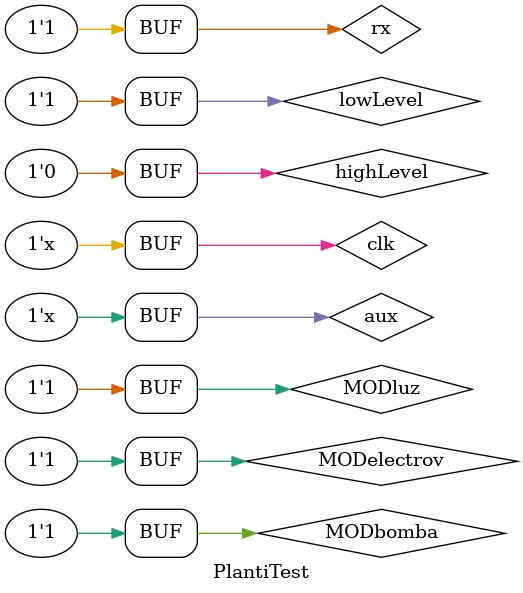
<source format=v>
`timescale 1ns / 1ns


module PlantiTest;

	// Inputs
	reg clk;
	reg rx;
	reg MODbomba;
	reg MODelectrov;
	reg MODluz;
	reg lowLevel;
	reg highLevel;

	// Outputs
	wire activarB;
	wire prenderB;
	wire activarEV;
	wire tx;
	wire melody;
	wire [0:6] Sseg;
	wire [7:0] anodos;

	// Instantiate the Unit Under Test (UUT)
	Principal uut ( .clk(clk), 
			.rx(rx), 
			.MODbomba(MODbomba),
			.MODelectrov(MODelectrov), 
			.MODluz(MODluz), 
			.lowLevel(lowLevel),
			.highLevel(highLevel),
			.activarB(activarB), 
			.prenderB(prenderB),
			.activarEV(activarEV),
			.tx(tx),
			.melody(melody), 
			.Sseg(Sseg), 
			.anodos(anodos)
	);

	reg aux;	//Variable auxiliar para cambiar los minutos

	initial begin
		// Initialize Inputs
		clk= 0;
		rx = 1;
		MODbomba = 1;
		MODelectrov = 1;
		MODluz = 1;
		lowLevel = 0;
		highLevel = 0;

		aux=0;
      	end


//Este always crea el relog de 50MHz simulando el que usa la FPGA
	always begin 
		#10;
		clk = ~clk;
	end

//Con este always se prueban los 3 casos posibles en los que pueden estar lowLevel y highLevel
	always begin
		lowLevel = 0;
		highLevel = 0;
		#20000;
		lowLevel = 1;
		#20000;
		highLevel = 1;
		#20000;
		highLevel = 0;
		#20000;
	end

//En este always se prueba el funcionamiento del RX
//Se reciben 15 dígitos en el rx
//Se reciben 2 datos corruptos para probar el funcionamiento del bit de paridad par

	always begin
		//                              3         1          1          1         2        2       5
		//Se deben enviar 15 dígitos (humedad / melodía / maceta / tipoplanta / horas / minutos / lux)
		#20000
//////////////////Enviar 0 (centenas humedad)
		rx = 0;	//Bit de start
		#8681
		rx = 0;	//Bit 0 dato
		#8681
		rx = 0;	//Bit 1 dato
		#8681
		rx = 0;	//Bit 2 dato
		#8681
		rx = 0;	//Bit 3 dato7
		#8681
		rx = 1;	//Bit 4 dato
		#8681
		rx = 1;	//Bit 5 dato
		#8681
		rx = 0;	//Bit 6 dato
		
		#8681
		rx = 0; //Bit paridad par

		#8681
		rx = 1;	//Bit de stop

//////////////////Enviar 6 (Decenas humedad) 
		#8681
		rx = 0;	//Bit de start

		#8681
		rx = 0;	//Bit 0 dato
		#8681
		rx = 1;	//Bit 1 dato
		#8681
		rx = 1;	//Bit 2 dato
		#8681
		rx = 0;	//Bit 3 dato
		#8681
		rx = 1;	//Bit 4 dato
		#8681
		rx = 1;	//Bit 5 dato
		#8681
		rx = 0;	//Bit 6 dato

		#8681
		rx = 1;	//Bit paridad par

		#8681
		rx = 1;	//Bit de stop

//////////////////Enviar 5 (Unidades humedad)
		#8681
		rx = 0;	//Bit de start

		#8681
		rx = 1;	//Bit 0 dato
		#8681
		rx = 0;	//Bit 1 dato
		#8681
		rx = 1;	//Bit 2 dato
		#8681
		rx = 0;	//Bit 3 dato
		#8681
		rx = 1;	//Bit 4 dato
		#8681
		rx = 1;	//Bit 5 dato
		#8681
		rx = 0;	//Bit 6 dato

		#8681
		rx = 0;	//Bit paridad par

		#8681
		rx = 1;	//Bit de stop



//////////////////Enviar 3 (melodía)
		#8681
		rx = 0;	//Bit de start

		#8681
		rx = 1;	//Bit 0 dato
		#8681
		rx = 1;	//Bit 1 dato
		#8681
		rx = 0;	//Bit 2 dato
		#8681
		rx = 0;	//Bit 3 dato
		#8681
		rx = 1;	//Bit 4 dato
		#8681
		rx = 1;	//Bit 5 dato
		#8681
		rx = 0;	//Bit 6 dato

		#8681
		rx = 0;	//Bit paridad par

		#8681
		rx = 1;	//Bit de stop

	

//////////////////Enviar 1 maceta)
		#8681
		rx = 0;	//Bit de start

		#8681
		rx = 1;	//Bit 0 dato
		#8681
		rx = 0;	//Bit 1 dato
		#8681
		rx = 0;	//Bit 2 dato
		#8681
		rx = 0;	//Bit 3 dato
		#8681
		rx = 1;	//Bit 4 dato
		#8681
		rx = 1;	//Bit 5 dato
		#8681
		rx = 0;	//Bit 6 dato

		#8681
		rx = 1;	//Bit paridad par

		#8681
		rx = 1;	//Bit de stop



//////////////////Enviar 3 (tipoplanta)
		#8681
		rx = 0;	//Bit de start

		#8681
		rx = 1;	//Bit 0 dato
		#8681
		rx = 1;	//Bit 1 dato
		#8681
		rx = 0;	//Bit 2 dato
		#8681
		rx = 0;	//Bit 3 dato
		#8681
		rx = 1;	//Bit 4 dato
		#8681
		rx = 1;	//Bit 5 dato
		#8681
		rx = 0;	//Bit 6 dato

		#8681
		rx = 1;	//Bit paridad par

		#8681
		rx = 1;	//Bit de stop



//////////////////Enviar 1 (Decenas hora)
		#8681
		rx = 0;	//Bit de start

		#8681
		rx = 1;	//Bit 0 dato
		#8681
		rx = 0;	//Bit 1 dato
		#8681
		rx = 0;	//Bit 2 dato
		#8681
		rx = 0;	//Bit 3 dato
		#8681
		rx = 1;	//Bit 4 dato
		#8681
		rx = 1;	//Bit 5 dato
		#8681
		rx = 0;	//Bit 6 dato

		#8681
		rx = 1;	//Bit paridad par

		#8681
		rx = 1;	//Bit de stop

//////////////////Enviar 0 (Unidades hora)
		#8681
		rx = 0;	//Bit de start

		#8681
		rx = 0;	//Bit 0 dato
		#8681
		rx = 0;	//Bit 1 dato
		#8681
		rx = 0;	//Bit 2 dato
		#8681
		rx = 0;	//Bit 3 dato
		#8681
		rx = 1;	//Bit 4 dato
		#8681
		rx = 1;	//Bit 5 dato
		#8681
		rx = 0;	//Bit 6 dato

		#8681
		rx = 0;	//Bit paridad par

		#8681
		rx = 1;	//Bit de stop

//////////////////Enviar 3 (Decenas minutos)
		#8681
		rx = 0;	//Bit de start

		#8681
		rx = 1;	//Bit 0 dato
		#8681
		rx = 1;	//Bit 1 dato
		#8681
		rx = 0;	//Bit 2 dato
		#8681
		rx = 0;	//Bit 3 dato
		#8681
		rx = 1;	//Bit 4 dato
		#8681
		rx = 1;	//Bit 5 dato
		#8681
		rx = 0;	//Bit 6 dato

		#8681
		rx = 0;	//Bit paridad par

		#8681
		rx = 1;	//Bit de stop

//////////////////En cada paquete de datos, el digito enviado en esta posición cambia
		aux = ~aux;
		if(aux)begin

			//Enviar 2 (Unidades minutos)
			#8681
			rx = 0;	//Bit de start

			#8681
			rx = 0;	//Bit 0 dato
			#8681
			rx = 1;	//Bit 1 dato
			#8681
			rx = 0;	//Bit 2 dato
			#8681
			rx = 0;	//Bit 3 dato
			#8681
			rx = 1;	//Bit 4 dato
			#8681
			rx = 1;	//Bit 5 dato
			#8681
			rx = 0;	//Bit 6 dato

			#8681
			rx = 1;	//Bit paridad par

			#8681
			rx = 1;	//Bit de stop
		end else begin
			//Enviar 3 (Unidades minutos)
			#8681
			rx = 0;	//Bit de start

			#8681
			rx = 1;	//Bit 0 dato
			#8681
			rx = 1;	//Bit 1 dato
			#8681
			rx = 0;	//Bit 2 dato
			#8681
			rx = 0;	//Bit 3 dato
			#8681
			rx = 1;	//Bit 4 dato
			#8681
			rx = 1;	//Bit 5 dato
			#8681
			rx = 0;	//Bit 6 dato

			#8681
			rx = 0;	//Bit paridad par

			#8681
			rx = 1;	//Bit de stop
		end


//////////////////Enviar 1 (dígito 4 lux)
		#8681
		rx = 0;	//Bit de start

		#8681
		rx = 1;	//Bit 0 dato
		#8681
		rx = 1;	//Bit 1 dato
		#8681
		rx = 0;	//Bit 2 dato
		#8681
		rx = 0;	//Bit 3 dato
		#8681
		rx = 1;	//Bit 4 dato
		#8681
		rx = 1;	//Bit 5 dato
		#8681
		rx = 0;	//Bit 6 dato

		#8681
		rx = 0;	//Bit paridad par

		#8681
		rx = 1;	//Bit de stop

//////////////////Enviar 0 (dígito 3 lux)
		#8681
		rx = 0;	//Bit de start

		#8681
		rx = 0;	//Bit 0 dato
		#8681
		rx = 0;	//Bit 1 dato
		#8681
		rx = 0;	//Bit 2 dato
		#8681
		rx = 0;	//Bit 3 dato
		#8681
		rx = 1;	//Bit 4 dato
		#8681
		rx = 1;	//Bit 5 dato
		#8681
		rx = 0;	//Bit 6 dato

		#8681
		rx = 0;	//Bit paridad par

		#8681
		rx = 1;	//Bit de stop

//////////////////Enviar 4 (dígito 2 lux)
		#8681
		rx = 0;	//Bit de start

		#8681
		rx = 0;	//Bit 0 dato
		#8681
		rx = 0;	//Bit 1 dato
		#8681
		rx = 1;	//Bit 2 dato
		#8681
		rx = 0;	//Bit 3 dato
		#8681
		rx = 1;	//Bit 4 dato
		#8681
		rx = 1;	//Bit 5 dato
		#8681
		rx = 0;	//Bit 6 dato

		#8681
		rx = 1;	//Bit paridad par

		#8681
		rx = 1;	//Bit de stop

//////////////////Enviar 9 (dígito 1 lux)
		#8681
		rx = 0;	//Bit de start

		#8681
		rx = 1;	//Bit 0 dato
		#8681
		rx = 0;	//Bit 1 dato
		#8681
		rx = 0;	//Bit 2 dato
		#8681
		rx = 1;	//Bit 3 dato
		#8681
		rx = 1;	//Bit 4 dato
		#8681
		rx = 1;	//Bit 5 dato
		#8681
		rx = 0;	//Bit 6 dato

		#8681
		rx = 0;	//Bit paridad par

		#8681
		rx = 1;	//Bit de stop

//////////////////Enviar 6 (dígito 0 lux)
		#8681
		rx = 0;	//Bit de start

		#8681
		rx = 0;	//Bit 0 dato
		#8681
		rx = 1;	//Bit 1 dato
		#8681
		rx = 1;	//Bit 2 dato
		#8681
		rx = 0;	//Bit 3 dato
		#8681
		rx = 1;	//Bit 4 dato
		#8681
		rx = 1;	//Bit 5 dato
		#8681
		rx = 0;	//Bit 6 dato

		#8681
		rx = 0;	//Bit paridad par

		#8681
		rx = 1;	//Bit de stop



		#868056
		rx = 1;
	end

endmodule
</source>
